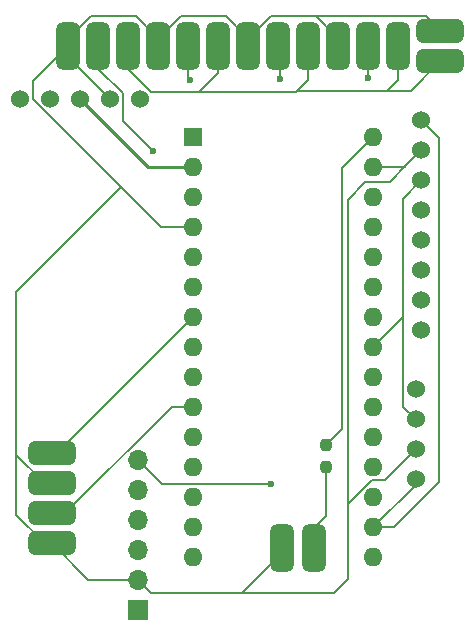
<source format=gbr>
%TF.GenerationSoftware,KiCad,Pcbnew,7.0.1*%
%TF.CreationDate,2023-04-24T16:46:27+02:00*%
%TF.ProjectId,STS,5354532e-6b69-4636-9164-5f7063625858,rev?*%
%TF.SameCoordinates,Original*%
%TF.FileFunction,Copper,L2,Bot*%
%TF.FilePolarity,Positive*%
%FSLAX46Y46*%
G04 Gerber Fmt 4.6, Leading zero omitted, Abs format (unit mm)*
G04 Created by KiCad (PCBNEW 7.0.1) date 2023-04-24 16:46:27*
%MOMM*%
%LPD*%
G01*
G04 APERTURE LIST*
G04 Aperture macros list*
%AMRoundRect*
0 Rectangle with rounded corners*
0 $1 Rounding radius*
0 $2 $3 $4 $5 $6 $7 $8 $9 X,Y pos of 4 corners*
0 Add a 4 corners polygon primitive as box body*
4,1,4,$2,$3,$4,$5,$6,$7,$8,$9,$2,$3,0*
0 Add four circle primitives for the rounded corners*
1,1,$1+$1,$2,$3*
1,1,$1+$1,$4,$5*
1,1,$1+$1,$6,$7*
1,1,$1+$1,$8,$9*
0 Add four rect primitives between the rounded corners*
20,1,$1+$1,$2,$3,$4,$5,0*
20,1,$1+$1,$4,$5,$6,$7,0*
20,1,$1+$1,$6,$7,$8,$9,0*
20,1,$1+$1,$8,$9,$2,$3,0*%
G04 Aperture macros list end*
%TA.AperFunction,SMDPad,CuDef*%
%ADD10RoundRect,0.500000X0.500000X1.500000X-0.500000X1.500000X-0.500000X-1.500000X0.500000X-1.500000X0*%
%TD*%
%TA.AperFunction,SMDPad,CuDef*%
%ADD11RoundRect,0.500000X-1.500000X0.500000X-1.500000X-0.500000X1.500000X-0.500000X1.500000X0.500000X0*%
%TD*%
%TA.AperFunction,ComponentPad*%
%ADD12C,1.524000*%
%TD*%
%TA.AperFunction,SMDPad,CuDef*%
%ADD13RoundRect,0.500000X1.500000X-0.500000X1.500000X0.500000X-1.500000X0.500000X-1.500000X-0.500000X0*%
%TD*%
%TA.AperFunction,ComponentPad*%
%ADD14R,1.700000X1.700000*%
%TD*%
%TA.AperFunction,ComponentPad*%
%ADD15O,1.700000X1.700000*%
%TD*%
%TA.AperFunction,ComponentPad*%
%ADD16R,1.600000X1.600000*%
%TD*%
%TA.AperFunction,ComponentPad*%
%ADD17O,1.600000X1.600000*%
%TD*%
%TA.AperFunction,SMDPad,CuDef*%
%ADD18RoundRect,0.237500X0.237500X-0.250000X0.237500X0.250000X-0.237500X0.250000X-0.237500X-0.250000X0*%
%TD*%
%TA.AperFunction,ViaPad*%
%ADD19C,0.600000*%
%TD*%
%TA.AperFunction,Conductor*%
%ADD20C,0.200000*%
%TD*%
%TA.AperFunction,Conductor*%
%ADD21C,0.250000*%
%TD*%
G04 APERTURE END LIST*
D10*
%TO.P,,1*%
%TO.N,Earth*%
X125200000Y-106300000D03*
%TD*%
%TO.P,,1*%
%TO.N,Net-(J1-Pin_1)*%
X127900000Y-106300000D03*
%TD*%
D11*
%TO.P,,1*%
%TO.N,N/C*%
X138600000Y-65100000D03*
%TD*%
%TO.P,,1*%
%TO.N,Earth*%
X138600000Y-62500000D03*
%TD*%
D12*
%TO.P,U2,1,SDA*%
%TO.N,Net-(A1-A5)*%
X136507000Y-92863000D03*
%TO.P,U2,2,SCL*%
%TO.N,Net-(A1-A4)*%
X136507000Y-95403000D03*
%TO.P,U2,3,GND*%
%TO.N,Earth*%
X136507000Y-97943000D03*
%TO.P,U2,4,VIN*%
%TO.N,Net-(A1-3V3)*%
X136507000Y-100483000D03*
%TD*%
D13*
%TO.P,GND,1*%
%TO.N,Earth*%
X105700000Y-105920000D03*
%TD*%
%TO.P,L1,1*%
%TO.N,/D7*%
X105700000Y-103380000D03*
%TD*%
%TO.P,GND,1*%
%TO.N,Earth*%
X105700000Y-100840000D03*
%TD*%
%TO.P,L2,1*%
%TO.N,/D4*%
X105700000Y-98300000D03*
%TD*%
D10*
%TO.P,REF\u002A\u002A7,1*%
%TO.N,/D3*%
X117260000Y-63800000D03*
%TD*%
%TO.P,REF\u002A\u002A5,1*%
%TO.N,Earth*%
X122340000Y-63800000D03*
%TD*%
D14*
%TO.P,U3,1,vcc*%
%TO.N,/5V*%
X113000000Y-111540000D03*
D15*
%TO.P,U3,2,gnd*%
%TO.N,Earth*%
X113000000Y-109000000D03*
%TO.P,U3,3,mosi*%
%TO.N,/D11*%
X113000000Y-106460000D03*
%TO.P,U3,4,miso*%
%TO.N,/D12*%
X113000000Y-103920000D03*
%TO.P,U3,5,cs*%
%TO.N,/D10*%
X113000000Y-101380000D03*
%TO.P,U3,6,sck*%
%TO.N,/D13*%
X113000000Y-98840000D03*
%TD*%
D10*
%TO.P,REF\u002A\u002A10,1*%
%TO.N,/D9*%
X109640000Y-63800000D03*
%TD*%
%TO.P,REF\u002A\u002A,1*%
%TO.N,N/C*%
X135040000Y-63800000D03*
%TD*%
%TO.P,REF\u002A\u002A11,1*%
%TO.N,Earth*%
X107100000Y-63800000D03*
%TD*%
D12*
%TO.P,U6,1,VCC*%
%TO.N,/5V*%
X113207000Y-68262500D03*
%TO.P,U6,2,GND*%
%TO.N,Earth*%
X110667000Y-68262500D03*
%TO.P,U6,3,RXD*%
%TO.N,/RX*%
X108127000Y-68262500D03*
%TO.P,U6,4,TXD*%
%TO.N,/TX*%
X105587000Y-68262500D03*
%TO.P,U6,5,SET*%
%TO.N,unconnected-(U6-SET-Pad5)*%
X103047000Y-68262500D03*
%TD*%
D10*
%TO.P,REF\u002A\u002A9,1*%
%TO.N,N/C*%
X112180000Y-63800000D03*
%TD*%
%TO.P,REF\u002A\u002A6,1*%
%TO.N,N/C*%
X119800000Y-63800000D03*
%TD*%
%TO.P,REF\u002A\u002A1,1*%
%TO.N,/D6*%
X132500000Y-63800000D03*
%TD*%
%TO.P,REF\u002A\u002A2,1*%
%TO.N,Earth*%
X129960000Y-63800000D03*
%TD*%
%TO.P,REF\u002A\u002A3,1*%
%TO.N,N/C*%
X127420000Y-63800000D03*
%TD*%
%TO.P,REF\u002A\u002A8,1*%
%TO.N,Earth*%
X114720000Y-63800000D03*
%TD*%
D16*
%TO.P,A1,1,D1/TX*%
%TO.N,/TX*%
X117697000Y-71484000D03*
D17*
%TO.P,A1,2,D0/RX*%
%TO.N,/RX*%
X117697000Y-74024000D03*
%TO.P,A1,3,~{RESET}*%
%TO.N,unconnected-(A1-~{RESET}-Pad3)*%
X117697000Y-76564000D03*
%TO.P,A1,4,GND*%
%TO.N,Earth*%
X117697000Y-79104000D03*
%TO.P,A1,5,D2*%
%TO.N,/D2*%
X117697000Y-81644000D03*
%TO.P,A1,6,D3*%
%TO.N,/D3*%
X117697000Y-84184000D03*
%TO.P,A1,7,D4*%
%TO.N,/D4*%
X117697000Y-86724000D03*
%TO.P,A1,8,D5*%
%TO.N,/D5*%
X117697000Y-89264000D03*
%TO.P,A1,9,D6*%
%TO.N,/D6*%
X117697000Y-91804000D03*
%TO.P,A1,10,D7*%
%TO.N,/D7*%
X117697000Y-94344000D03*
%TO.P,A1,11,D8*%
%TO.N,/D8*%
X117697000Y-96884000D03*
%TO.P,A1,12,D9*%
%TO.N,/D9*%
X117697000Y-99424000D03*
%TO.P,A1,13,D10*%
%TO.N,/D10*%
X117697000Y-101964000D03*
%TO.P,A1,14,D11*%
%TO.N,/D11*%
X117697000Y-104504000D03*
%TO.P,A1,15,D12*%
%TO.N,/D12*%
X117697000Y-107044000D03*
%TO.P,A1,16,D13*%
%TO.N,/D13*%
X132937000Y-107044000D03*
%TO.P,A1,17,3V3*%
%TO.N,Net-(A1-3V3)*%
X132937000Y-104504000D03*
%TO.P,A1,18,AREF*%
%TO.N,unconnected-(A1-AREF-Pad18)*%
X132937000Y-101964000D03*
%TO.P,A1,19,A0*%
%TO.N,unconnected-(A1-A0-Pad19)*%
X132937000Y-99424000D03*
%TO.P,A1,20,A1*%
%TO.N,unconnected-(A1-A1-Pad20)*%
X132937000Y-96884000D03*
%TO.P,A1,21,A2*%
%TO.N,unconnected-(A1-A2-Pad21)*%
X132937000Y-94344000D03*
%TO.P,A1,22,A3*%
%TO.N,unconnected-(A1-A3-Pad22)*%
X132937000Y-91804000D03*
%TO.P,A1,23,A4*%
%TO.N,Net-(A1-A4)*%
X132937000Y-89264000D03*
%TO.P,A1,24,A5*%
%TO.N,Net-(A1-A5)*%
X132937000Y-86724000D03*
%TO.P,A1,25,A6*%
%TO.N,unconnected-(A1-A6-Pad25)*%
X132937000Y-84184000D03*
%TO.P,A1,26,A7*%
%TO.N,unconnected-(A1-A7-Pad26)*%
X132937000Y-81644000D03*
%TO.P,A1,27,+5V*%
%TO.N,/5V*%
X132937000Y-79104000D03*
%TO.P,A1,28,~{RESET}*%
%TO.N,unconnected-(A1-~{RESET}-Pad28)*%
X132937000Y-76564000D03*
%TO.P,A1,29,GND*%
%TO.N,Earth*%
X132937000Y-74024000D03*
%TO.P,A1,30,VIN*%
%TO.N,Net-(A1-VIN)*%
X132937000Y-71484000D03*
%TD*%
D10*
%TO.P,REF\u002A\u002A4,1*%
%TO.N,/D5*%
X124880000Y-63800000D03*
%TD*%
D12*
%TO.P,U4,1,VCC*%
%TO.N,Net-(A1-3V3)*%
X137000000Y-70080000D03*
%TO.P,U4,2,GND*%
%TO.N,Earth*%
X137000000Y-72620000D03*
%TO.P,U4,3,SCL*%
%TO.N,Net-(A1-A4)*%
X137000000Y-75160000D03*
%TO.P,U4,4,SDA*%
%TO.N,Net-(A1-A5)*%
X137000000Y-77700000D03*
%TO.P,U4,5,XDA*%
%TO.N,unconnected-(U4-XDA-Pad5)*%
X137000000Y-80240000D03*
%TO.P,U4,6,XCL*%
%TO.N,unconnected-(U4-XCL-Pad6)*%
X137000000Y-82780000D03*
%TO.P,U4,7,ADD*%
%TO.N,unconnected-(U4-ADD-Pad7)*%
X137000000Y-85320000D03*
%TO.P,U4,8,INT*%
%TO.N,unconnected-(U4-INT-Pad8)*%
X137000000Y-87860000D03*
%TD*%
D18*
%TO.P,R1,1*%
%TO.N,Net-(J1-Pin_1)*%
X128900000Y-99425000D03*
%TO.P,R1,2*%
%TO.N,Net-(A1-VIN)*%
X128900000Y-97600000D03*
%TD*%
D19*
%TO.N,/D13*%
X124300000Y-100900000D03*
%TO.N,/D9*%
X114300000Y-72700000D03*
%TO.N,/D6*%
X132500000Y-66500000D03*
%TO.N,/D5*%
X125000000Y-66600000D03*
%TO.N,/D3*%
X117400000Y-66700000D03*
%TD*%
D20*
%TO.N,Earth*%
X125200000Y-106731371D02*
X121831371Y-110100000D01*
X125200000Y-106300000D02*
X125200000Y-106731371D01*
X120900000Y-110100000D02*
X114100000Y-110100000D01*
X129600000Y-110100000D02*
X120900000Y-110100000D01*
X121831371Y-110100000D02*
X120900000Y-110100000D01*
%TO.N,Net-(J1-Pin_1)*%
X128900000Y-103600000D02*
X128900000Y-99425000D01*
X127900000Y-104600000D02*
X128900000Y-103600000D01*
X127900000Y-106300000D02*
X127900000Y-104600000D01*
%TO.N,Earth*%
X114100000Y-110100000D02*
X113000000Y-109000000D01*
X130800000Y-108900000D02*
X129600000Y-110100000D01*
X130800000Y-104690000D02*
X130800000Y-108900000D01*
X130800000Y-104400000D02*
X130800000Y-102545365D01*
X130800000Y-104690000D02*
X130800000Y-104400000D01*
X130800000Y-102545365D02*
X132821365Y-100524000D01*
X135596000Y-74024000D02*
X132937000Y-74024000D01*
X135710000Y-73910000D02*
X137000000Y-72620000D01*
X134320000Y-75300000D02*
X135710000Y-73910000D01*
X135710000Y-73910000D02*
X135596000Y-74024000D01*
X130800000Y-76800000D02*
X132262040Y-75337960D01*
X130800000Y-104690000D02*
X130800000Y-76800000D01*
X132262040Y-75337960D02*
X132262040Y-75300000D01*
%TO.N,/D13*%
X124264000Y-100864000D02*
X124300000Y-100900000D01*
X115024000Y-100864000D02*
X124264000Y-100864000D01*
X113000000Y-98840000D02*
X115024000Y-100864000D01*
%TO.N,Earth*%
X128051371Y-61300000D02*
X137400000Y-61300000D01*
X137400000Y-61300000D02*
X138600000Y-62500000D01*
%TO.N,*%
X136100000Y-67600000D02*
X138600000Y-65100000D01*
X134100000Y-67600000D02*
X136100000Y-67600000D01*
%TO.N,Net-(A1-A4)*%
X132937000Y-89264000D02*
X135445000Y-86756000D01*
X135445000Y-86000000D02*
X135445000Y-94341000D01*
X135445000Y-76715000D02*
X135445000Y-86000000D01*
X135445000Y-86756000D02*
X135445000Y-86000000D01*
X135445000Y-94341000D02*
X136507000Y-95403000D01*
X137000000Y-75160000D02*
X135445000Y-76715000D01*
%TO.N,Net-(A1-3V3)*%
X138500000Y-71580000D02*
X137000000Y-70080000D01*
X138500000Y-100700000D02*
X138500000Y-71580000D01*
X134696000Y-104504000D02*
X138500000Y-100700000D01*
X132937000Y-104504000D02*
X134696000Y-104504000D01*
X136507000Y-100934000D02*
X136507000Y-100483000D01*
X132937000Y-104504000D02*
X136507000Y-100934000D01*
%TO.N,Earth*%
X133926000Y-100524000D02*
X136507000Y-97943000D01*
X132821365Y-100524000D02*
X133926000Y-100524000D01*
X132262040Y-75300000D02*
X134320000Y-75300000D01*
%TO.N,/D9*%
X111729000Y-70129000D02*
X114300000Y-72700000D01*
X111729000Y-67822605D02*
X111729000Y-70129000D01*
X109640000Y-65733605D02*
X111729000Y-67822605D01*
X109640000Y-63800000D02*
X109640000Y-65733605D01*
%TO.N,Earth*%
X113000000Y-109000000D02*
X108780000Y-109000000D01*
X108780000Y-109000000D02*
X105700000Y-105920000D01*
%TO.N,/D4*%
X106121000Y-98300000D02*
X117697000Y-86724000D01*
X105700000Y-98300000D02*
X106121000Y-98300000D01*
%TO.N,/D7*%
X115869654Y-94344000D02*
X117697000Y-94344000D01*
X106833654Y-103380000D02*
X115869654Y-94344000D01*
X105700000Y-103380000D02*
X106833654Y-103380000D01*
%TO.N,Earth*%
X102700000Y-98431371D02*
X102700000Y-94000000D01*
X105108629Y-100840000D02*
X102700000Y-98431371D01*
X102700000Y-94000000D02*
X102700000Y-103511371D01*
X102700000Y-89900000D02*
X102700000Y-94000000D01*
X105700000Y-100840000D02*
X105108629Y-100840000D01*
X105108629Y-105920000D02*
X105700000Y-105920000D01*
X102700000Y-103511371D02*
X105108629Y-105920000D01*
%TO.N,Net-(A1-VIN)*%
X130300000Y-74121000D02*
X132937000Y-71484000D01*
X130300000Y-96200000D02*
X130300000Y-74121000D01*
X128900000Y-97600000D02*
X130300000Y-96200000D01*
%TO.N,Earth*%
X102700000Y-84600000D02*
X111561302Y-75738698D01*
X104109000Y-68286395D02*
X111561302Y-75738698D01*
X111561302Y-75738698D02*
X114926605Y-79104000D01*
X102700000Y-89900000D02*
X102700000Y-84600000D01*
%TO.N,/D6*%
X132500000Y-63800000D02*
X132500000Y-66500000D01*
%TO.N,/D5*%
X125000000Y-63920000D02*
X125000000Y-66600000D01*
X124880000Y-63800000D02*
X125000000Y-63920000D01*
%TO.N,/D3*%
X117260000Y-66560000D02*
X117400000Y-66700000D01*
X117260000Y-63800000D02*
X117260000Y-66560000D01*
%TO.N,*%
X135040000Y-66660000D02*
X135040000Y-63800000D01*
X134100000Y-67600000D02*
X135040000Y-66660000D01*
X126500000Y-67600000D02*
X127420000Y-66680000D01*
X126400000Y-67700000D02*
X126500000Y-67600000D01*
X126500000Y-67600000D02*
X134100000Y-67600000D01*
X127420000Y-66680000D02*
X127420000Y-63800000D01*
X118200000Y-67700000D02*
X126400000Y-67700000D01*
X118200000Y-67700000D02*
X119800000Y-66100000D01*
X119800000Y-66100000D02*
X119800000Y-63800000D01*
X112180000Y-65733605D02*
X114146395Y-67700000D01*
X112180000Y-63800000D02*
X112180000Y-65733605D01*
X114146395Y-67700000D02*
X118200000Y-67700000D01*
%TO.N,Earth*%
X114926605Y-79104000D02*
X117697000Y-79104000D01*
X104109000Y-66791000D02*
X104109000Y-68286395D01*
X107100000Y-63800000D02*
X104109000Y-66791000D01*
X110667000Y-68262500D02*
X107100000Y-64695500D01*
X107100000Y-64695500D02*
X107100000Y-63800000D01*
X128051371Y-61300000D02*
X129960000Y-63208629D01*
X124248629Y-61300000D02*
X128051371Y-61300000D01*
X129960000Y-63208629D02*
X129960000Y-63800000D01*
X122340000Y-63208629D02*
X124248629Y-61300000D01*
X116628629Y-61300000D02*
X120431371Y-61300000D01*
X120431371Y-61300000D02*
X122340000Y-63208629D01*
X114720000Y-63208629D02*
X116628629Y-61300000D01*
X122340000Y-63208629D02*
X122340000Y-63800000D01*
X114720000Y-63208629D02*
X114720000Y-63800000D01*
X109008629Y-61300000D02*
X112811371Y-61300000D01*
X112811371Y-61300000D02*
X114720000Y-63208629D01*
X107100000Y-63208629D02*
X109008629Y-61300000D01*
X107100000Y-63800000D02*
X107100000Y-63208629D01*
D21*
%TO.N,/RX*%
X113888500Y-74024000D02*
X117697000Y-74024000D01*
X108127000Y-68262500D02*
X113888500Y-74024000D01*
%TD*%
M02*

</source>
